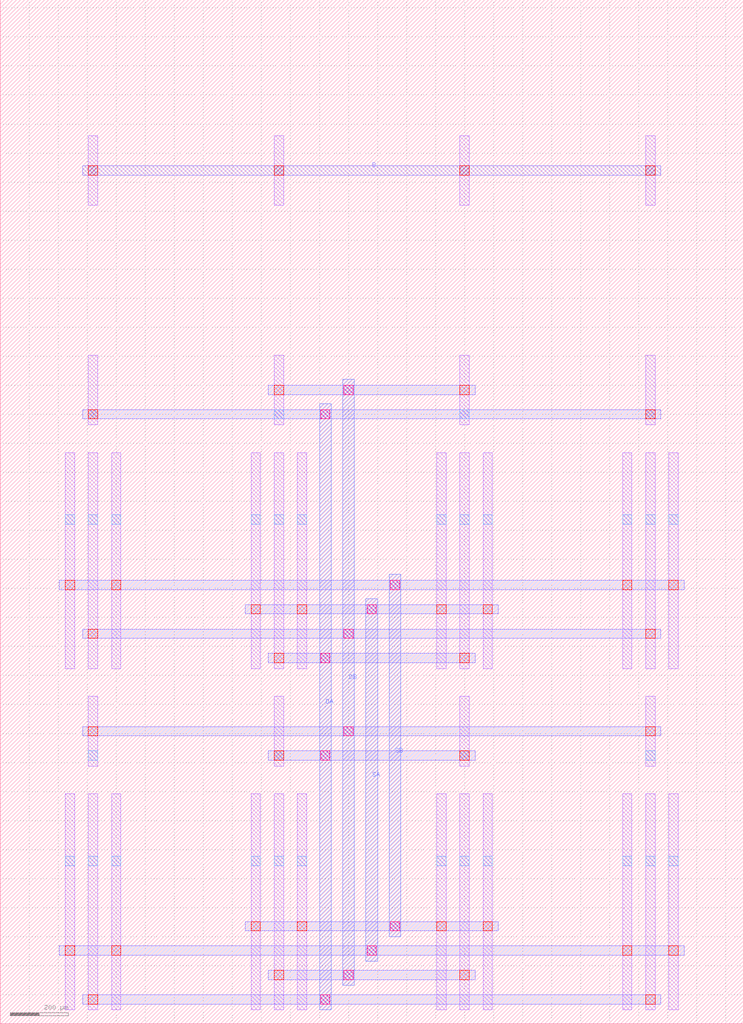
<source format=lef>
MACRO CCP_S_PMOS_B_12696969_X2_Y2
  UNITS 
    DATABASE MICRONS UNITS 1000;
  END UNITS 
  ORIGIN 0 0 ;
  FOREIGN CCP_S_PMOS_B_12696969_X2_Y2 0 0 ;
  SIZE 2560 BY 3528 ;
  PIN B
    DIRECTION INOUT ;
    USE SIGNAL ;
    PORT
      LAYER M2 ;
        RECT 284 2924 2276 2956 ;
    END
  END B
  PIN DA
    DIRECTION INOUT ;
    USE SIGNAL ;
    PORT
      LAYER M3 ;
        RECT 1100 48 1140 2136 ;
    END
  END DA
  PIN DB
    DIRECTION INOUT ;
    USE SIGNAL ;
    PORT
      LAYER M3 ;
        RECT 1180 132 1220 2220 ;
    END
  END DB
  PIN SA
    DIRECTION INOUT ;
    USE SIGNAL ;
    PORT
      LAYER M3 ;
        RECT 1260 216 1300 1464 ;
    END
  END SA
  PIN SB
    DIRECTION INOUT ;
    USE SIGNAL ;
    PORT
      LAYER M3 ;
        RECT 1340 300 1380 1548 ;
    END
  END SB
  OBS
    LAYER M1 ;
      RECT 304 48 336 792 ;
    LAYER M1 ;
      RECT 304 888 336 1128 ;
    LAYER M1 ;
      RECT 304 1224 336 1968 ;
    LAYER M1 ;
      RECT 304 2064 336 2304 ;
    LAYER M1 ;
      RECT 304 2820 336 3060 ;
    LAYER M1 ;
      RECT 224 48 256 792 ;
    LAYER M1 ;
      RECT 224 1224 256 1968 ;
    LAYER M1 ;
      RECT 384 48 416 792 ;
    LAYER M1 ;
      RECT 384 1224 416 1968 ;
    LAYER M1 ;
      RECT 944 48 976 792 ;
    LAYER M1 ;
      RECT 944 888 976 1128 ;
    LAYER M1 ;
      RECT 944 1224 976 1968 ;
    LAYER M1 ;
      RECT 944 2064 976 2304 ;
    LAYER M1 ;
      RECT 944 2820 976 3060 ;
    LAYER M1 ;
      RECT 864 48 896 792 ;
    LAYER M1 ;
      RECT 864 1224 896 1968 ;
    LAYER M1 ;
      RECT 1024 48 1056 792 ;
    LAYER M1 ;
      RECT 1024 1224 1056 1968 ;
    LAYER M1 ;
      RECT 1584 48 1616 792 ;
    LAYER M1 ;
      RECT 1584 888 1616 1128 ;
    LAYER M1 ;
      RECT 1584 1224 1616 1968 ;
    LAYER M1 ;
      RECT 1584 2064 1616 2304 ;
    LAYER M1 ;
      RECT 1584 2820 1616 3060 ;
    LAYER M1 ;
      RECT 1504 48 1536 792 ;
    LAYER M1 ;
      RECT 1504 1224 1536 1968 ;
    LAYER M1 ;
      RECT 1664 48 1696 792 ;
    LAYER M1 ;
      RECT 1664 1224 1696 1968 ;
    LAYER M1 ;
      RECT 2224 48 2256 792 ;
    LAYER M1 ;
      RECT 2224 888 2256 1128 ;
    LAYER M1 ;
      RECT 2224 1224 2256 1968 ;
    LAYER M1 ;
      RECT 2224 2064 2256 2304 ;
    LAYER M1 ;
      RECT 2224 2820 2256 3060 ;
    LAYER M1 ;
      RECT 2144 48 2176 792 ;
    LAYER M1 ;
      RECT 2144 1224 2176 1968 ;
    LAYER M1 ;
      RECT 2304 48 2336 792 ;
    LAYER M1 ;
      RECT 2304 1224 2336 1968 ;
    LAYER M2 ;
      RECT 924 908 1636 940 ;
    LAYER M2 ;
      RECT 284 68 2276 100 ;
    LAYER M2 ;
      RECT 284 992 2276 1024 ;
    LAYER M2 ;
      RECT 924 152 1636 184 ;
    LAYER M2 ;
      RECT 204 236 2356 268 ;
    LAYER M2 ;
      RECT 844 320 1716 352 ;
    LAYER M2 ;
      RECT 284 2084 2276 2116 ;
    LAYER M2 ;
      RECT 924 1244 1636 1276 ;
    LAYER M2 ;
      RECT 924 2168 1636 2200 ;
    LAYER M2 ;
      RECT 284 1328 2276 1360 ;
    LAYER M2 ;
      RECT 844 1412 1716 1444 ;
    LAYER M2 ;
      RECT 204 1496 2356 1528 ;
    LAYER V1 ;
      RECT 1584 152 1616 184 ;
    LAYER V1 ;
      RECT 1584 908 1616 940 ;
    LAYER V1 ;
      RECT 1584 1244 1616 1276 ;
    LAYER V1 ;
      RECT 1584 2168 1616 2200 ;
    LAYER V1 ;
      RECT 1584 2924 1616 2956 ;
    LAYER V1 ;
      RECT 944 152 976 184 ;
    LAYER V1 ;
      RECT 944 908 976 940 ;
    LAYER V1 ;
      RECT 944 1244 976 1276 ;
    LAYER V1 ;
      RECT 944 2168 976 2200 ;
    LAYER V1 ;
      RECT 944 2924 976 2956 ;
    LAYER V1 ;
      RECT 304 68 336 100 ;
    LAYER V1 ;
      RECT 304 992 336 1024 ;
    LAYER V1 ;
      RECT 304 1328 336 1360 ;
    LAYER V1 ;
      RECT 304 2084 336 2116 ;
    LAYER V1 ;
      RECT 304 2924 336 2956 ;
    LAYER V1 ;
      RECT 2224 68 2256 100 ;
    LAYER V1 ;
      RECT 2224 992 2256 1024 ;
    LAYER V1 ;
      RECT 2224 1328 2256 1360 ;
    LAYER V1 ;
      RECT 2224 2084 2256 2116 ;
    LAYER V1 ;
      RECT 2224 2924 2256 2956 ;
    LAYER V1 ;
      RECT 224 236 256 268 ;
    LAYER V1 ;
      RECT 224 1496 256 1528 ;
    LAYER V1 ;
      RECT 2304 236 2336 268 ;
    LAYER V1 ;
      RECT 2304 1496 2336 1528 ;
    LAYER V1 ;
      RECT 2144 236 2176 268 ;
    LAYER V1 ;
      RECT 2144 1496 2176 1528 ;
    LAYER V1 ;
      RECT 384 236 416 268 ;
    LAYER V1 ;
      RECT 384 1496 416 1528 ;
    LAYER V1 ;
      RECT 864 320 896 352 ;
    LAYER V1 ;
      RECT 864 1412 896 1444 ;
    LAYER V1 ;
      RECT 1024 320 1056 352 ;
    LAYER V1 ;
      RECT 1024 1412 1056 1444 ;
    LAYER V1 ;
      RECT 1504 320 1536 352 ;
    LAYER V1 ;
      RECT 1504 1412 1536 1444 ;
    LAYER V1 ;
      RECT 1664 320 1696 352 ;
    LAYER V1 ;
      RECT 1664 1412 1696 1444 ;
    LAYER V2 ;
      RECT 1104 68 1136 100 ;
    LAYER V2 ;
      RECT 1104 908 1136 940 ;
    LAYER V2 ;
      RECT 1104 1244 1136 1276 ;
    LAYER V2 ;
      RECT 1104 2084 1136 2116 ;
    LAYER V2 ;
      RECT 1184 152 1216 184 ;
    LAYER V2 ;
      RECT 1184 992 1216 1024 ;
    LAYER V2 ;
      RECT 1184 1328 1216 1360 ;
    LAYER V2 ;
      RECT 1184 2168 1216 2200 ;
    LAYER V2 ;
      RECT 1264 236 1296 268 ;
    LAYER V2 ;
      RECT 1264 1412 1296 1444 ;
    LAYER V2 ;
      RECT 1344 320 1376 352 ;
    LAYER V2 ;
      RECT 1344 1496 1376 1528 ;
    LAYER V0 ;
      RECT 304 545 336 577 ;
    LAYER V0 ;
      RECT 304 908 336 940 ;
    LAYER V0 ;
      RECT 304 1721 336 1753 ;
    LAYER V0 ;
      RECT 304 2084 336 2116 ;
    LAYER V0 ;
      RECT 304 2924 336 2956 ;
    LAYER V0 ;
      RECT 304 2924 336 2956 ;
    LAYER V0 ;
      RECT 224 545 256 577 ;
    LAYER V0 ;
      RECT 224 1721 256 1753 ;
    LAYER V0 ;
      RECT 384 545 416 577 ;
    LAYER V0 ;
      RECT 384 1721 416 1753 ;
    LAYER V0 ;
      RECT 944 545 976 577 ;
    LAYER V0 ;
      RECT 944 908 976 940 ;
    LAYER V0 ;
      RECT 944 1721 976 1753 ;
    LAYER V0 ;
      RECT 944 2084 976 2116 ;
    LAYER V0 ;
      RECT 944 2924 976 2956 ;
    LAYER V0 ;
      RECT 944 2924 976 2956 ;
    LAYER V0 ;
      RECT 864 545 896 577 ;
    LAYER V0 ;
      RECT 864 1721 896 1753 ;
    LAYER V0 ;
      RECT 1024 545 1056 577 ;
    LAYER V0 ;
      RECT 1024 1721 1056 1753 ;
    LAYER V0 ;
      RECT 1584 545 1616 577 ;
    LAYER V0 ;
      RECT 1584 908 1616 940 ;
    LAYER V0 ;
      RECT 1584 1721 1616 1753 ;
    LAYER V0 ;
      RECT 1584 2084 1616 2116 ;
    LAYER V0 ;
      RECT 1584 2924 1616 2956 ;
    LAYER V0 ;
      RECT 1584 2924 1616 2956 ;
    LAYER V0 ;
      RECT 1504 545 1536 577 ;
    LAYER V0 ;
      RECT 1504 1721 1536 1753 ;
    LAYER V0 ;
      RECT 1664 545 1696 577 ;
    LAYER V0 ;
      RECT 1664 1721 1696 1753 ;
    LAYER V0 ;
      RECT 2224 545 2256 577 ;
    LAYER V0 ;
      RECT 2224 908 2256 940 ;
    LAYER V0 ;
      RECT 2224 1721 2256 1753 ;
    LAYER V0 ;
      RECT 2224 2084 2256 2116 ;
    LAYER V0 ;
      RECT 2224 2924 2256 2956 ;
    LAYER V0 ;
      RECT 2224 2924 2256 2956 ;
    LAYER V0 ;
      RECT 2144 545 2176 577 ;
    LAYER V0 ;
      RECT 2144 1721 2176 1753 ;
    LAYER V0 ;
      RECT 2304 545 2336 577 ;
    LAYER V0 ;
      RECT 2304 1721 2336 1753 ;
  END
END CCP_S_PMOS_B_12696969_X2_Y2

</source>
